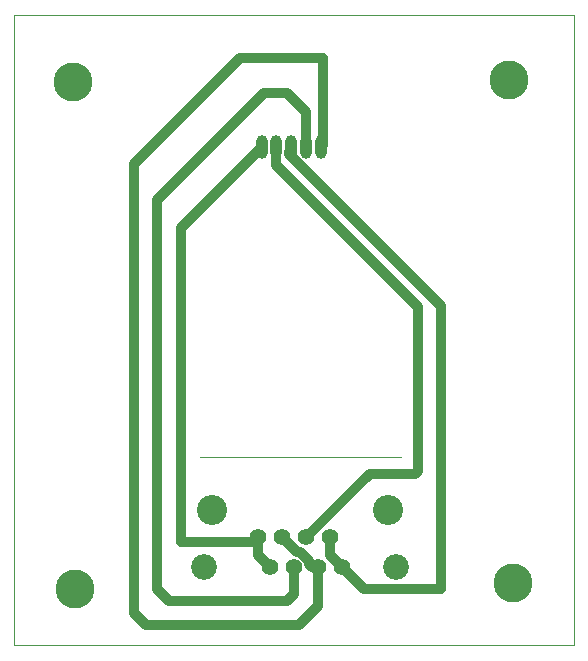
<source format=gtl>
G04*
G04 #@! TF.GenerationSoftware,Altium Limited,Altium Designer,18.0.12 (696)*
G04*
G04 Layer_Physical_Order=1*
G04 Layer_Color=255*
%FSLAX44Y44*%
%MOMM*%
G71*
G01*
G75*
%ADD10C,0.8128*%
%ADD11C,0.0000*%
%ADD12C,3.3000*%
%ADD13C,2.5499*%
%ADD14C,2.1844*%
%ADD15C,1.4224*%
%ADD16O,1.0081X2.0163*%
D10*
X395399Y341300D02*
X456700D01*
X395026Y607360D02*
X463685Y676021D01*
X395026Y357127D02*
Y607360D01*
Y357127D02*
X395399Y356753D01*
Y341300D02*
Y356753D01*
X456700Y341300D02*
X460700Y345300D01*
Y330101D02*
Y345300D01*
Y330101D02*
X470901Y319900D01*
X476186Y660514D02*
X595945Y540756D01*
X555475Y399275D02*
X593377D01*
X476186Y660514D02*
Y676021D01*
X593377Y399275D02*
X595945Y401843D01*
Y540756D01*
X501500Y345300D02*
X555475Y399275D01*
X488686Y673171D02*
Y676021D01*
X486814Y671299D02*
X488686Y673171D01*
X486814Y669887D02*
Y671299D01*
Y669887D02*
X615399Y541299D01*
Y301300D02*
Y541299D01*
X550700Y301300D02*
X615399D01*
X532099Y319900D02*
X550700Y301300D01*
X521899Y330101D02*
Y345300D01*
Y330101D02*
X532099Y319900D01*
X501185Y676021D02*
Y705513D01*
X485399Y721299D02*
X501185Y705513D01*
X465399Y721299D02*
X485399D01*
X375399Y631299D02*
X465399Y721299D01*
X375399Y301300D02*
Y631299D01*
Y301300D02*
X385399Y291300D01*
X485399D01*
X491300Y297200D01*
Y319900D01*
X513687Y676021D02*
X515399Y677733D01*
Y751299D01*
X445399D02*
X515399D01*
X355399Y661299D02*
X445399Y751299D01*
X355399Y281300D02*
Y661299D01*
Y281300D02*
X365399Y271300D01*
X495399D01*
X511701Y287599D01*
Y319900D01*
X503999Y322400D02*
X506499Y319900D01*
X503999Y322400D02*
Y325161D01*
X496560Y332600D02*
X503999Y325161D01*
X493799Y332600D02*
X496560D01*
X481099Y345300D02*
X493799Y332600D01*
X506499Y319900D02*
X511701D01*
D11*
X411079Y413499D02*
X581721D01*
X254000Y254000D02*
Y787301D01*
X728200D01*
Y254000D02*
Y787301D01*
X254000Y254000D02*
X728200D01*
D12*
X305399Y301300D02*
D03*
X676321Y306890D02*
D03*
X304137Y731012D02*
D03*
X672765Y732630D02*
D03*
D13*
X570799Y368300D02*
D03*
X422001D02*
D03*
D14*
X577649Y319900D02*
D03*
X415150D02*
D03*
D15*
X532099D02*
D03*
X521899Y345300D02*
D03*
X511701Y319900D02*
D03*
X501500Y345300D02*
D03*
X491300Y319900D02*
D03*
X481099Y345300D02*
D03*
X470901Y319900D02*
D03*
X460700Y345300D02*
D03*
D16*
X463685Y676021D02*
D03*
X476186D02*
D03*
X488686D02*
D03*
X501185D02*
D03*
X513687D02*
D03*
M02*

</source>
